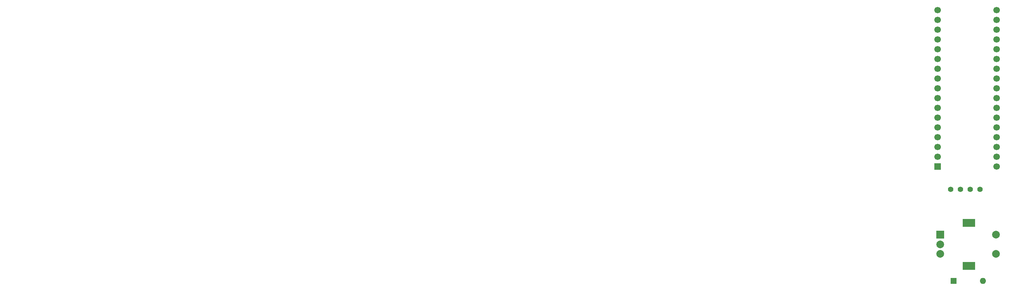
<source format=gbr>
G04 #@! TF.GenerationSoftware,KiCad,Pcbnew,(5.1.5)-3*
G04 #@! TF.CreationDate,2021-12-21T21:48:17-06:00*
G04 #@! TF.ProjectId,cuarenta,63756172-656e-4746-912e-6b696361645f,rev?*
G04 #@! TF.SameCoordinates,Original*
G04 #@! TF.FileFunction,Copper,L1,Top*
G04 #@! TF.FilePolarity,Positive*
%FSLAX46Y46*%
G04 Gerber Fmt 4.6, Leading zero omitted, Abs format (unit mm)*
G04 Created by KiCad (PCBNEW (5.1.5)-3) date 2021-12-21 21:48:17*
%MOMM*%
%LPD*%
G04 APERTURE LIST*
%ADD10C,0.100000*%
%ADD11C,2.000000*%
%ADD12R,3.200000X2.000000*%
%ADD13R,2.000000X2.000000*%
%ADD14C,1.700000*%
%ADD15R,1.700000X1.700000*%
%ADD16C,1.397000*%
%ADD17R,1.600000X1.600000*%
%ADD18O,1.600000X1.600000*%
G04 APERTURE END LIST*
D10*
X240584500Y-39251000D03*
X214390750Y-39251000D03*
X157240750Y-39251000D03*
X176290750Y-39251000D03*
X195340750Y-39251000D03*
X100090750Y-39251000D03*
X119140750Y-39251000D03*
X138190750Y-39251000D03*
X247728250Y-96401000D03*
X228678250Y-96401000D03*
X209628250Y-96401000D03*
X185815750Y-96401000D03*
X152478250Y-96401000D03*
X111997000Y-96401000D03*
X78659500Y-96401000D03*
X52465750Y-96401000D03*
X26272000Y-96401000D03*
X31034500Y-77351000D03*
X57228250Y-77351000D03*
X76278250Y-77351000D03*
X95328250Y-77351000D03*
X114378250Y-77351000D03*
X133428250Y-77351000D03*
X152478250Y-77351000D03*
X171528250Y-77351000D03*
X190578250Y-77351000D03*
X209628250Y-77351000D03*
X228678250Y-77351000D03*
X247728250Y-77351000D03*
X242965750Y-58301000D03*
X219153250Y-58301000D03*
X200103250Y-58301000D03*
X181053250Y-58301000D03*
X162003250Y-58301000D03*
X142953250Y-58301000D03*
X123903250Y-58301000D03*
X104853250Y-58301000D03*
X85803250Y-58301000D03*
X66753250Y-58301000D03*
X47703250Y-58301000D03*
X26272000Y-58301000D03*
X81040750Y-39251000D03*
D11*
X278540750Y-96519750D03*
X278540750Y-91519750D03*
D12*
X271540750Y-99619750D03*
X271540750Y-88419750D03*
D11*
X264040750Y-96519750D03*
X264040750Y-94019750D03*
D13*
X264040750Y-91519750D03*
D14*
X278684500Y-73819250D03*
X278684500Y-71279250D03*
X278684500Y-68739250D03*
X278684500Y-66199250D03*
X278684500Y-63659250D03*
X278684500Y-61119250D03*
X278684500Y-58579250D03*
X278684500Y-56039250D03*
X278684500Y-53499250D03*
X278684500Y-50959250D03*
X278684500Y-48419250D03*
X278684500Y-45879250D03*
X278684500Y-43339250D03*
X278684500Y-40799250D03*
X278684500Y-38259250D03*
X278684500Y-35719250D03*
X278684500Y-33179250D03*
D15*
X263428500Y-73819250D03*
D14*
X263428500Y-71279250D03*
X263428500Y-68739250D03*
X263428500Y-66199250D03*
X263428500Y-63659250D03*
X263428500Y-61119250D03*
X263428500Y-58579250D03*
X263428500Y-56039250D03*
X263428500Y-53499250D03*
X263428500Y-50959250D03*
X263428500Y-48419250D03*
X263428500Y-45879250D03*
X263428500Y-43339250D03*
X263428500Y-40799250D03*
X263428500Y-38259250D03*
X263428500Y-35719250D03*
X263428500Y-33179250D03*
D16*
X266778250Y-79732250D03*
X269318250Y-79732250D03*
X271858250Y-79732250D03*
X274398250Y-79732250D03*
D17*
X267572000Y-103544750D03*
D18*
X275192000Y-103544750D03*
M02*

</source>
